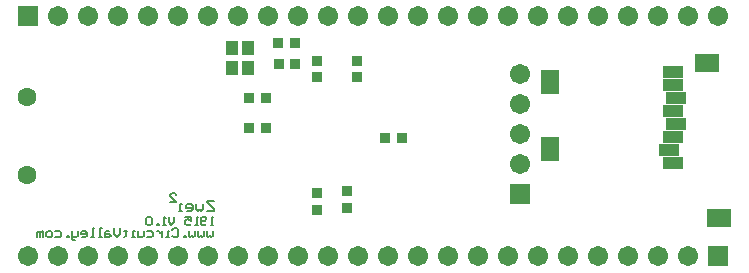
<source format=gbs>
G04 Layer_Color=16711935*
%FSLAX24Y24*%
%MOIN*%
G70*
G01*
G75*
%ADD10C,0.0080*%
%ADD55C,0.0070*%
%ADD59R,0.0380X0.0380*%
%ADD69R,0.0380X0.0380*%
%ADD75C,0.0631*%
%ADD76C,0.0671*%
%ADD77R,0.0671X0.0671*%
%ADD78R,0.0671X0.0671*%
%ADD79R,0.0415X0.0474*%
%ADD80R,0.0671X0.0395*%
%ADD81R,0.0828X0.0631*%
%ADD82R,0.0631X0.0789*%
D10*
X6740Y2310D02*
X6507D01*
Y2252D01*
X6740Y2018D01*
Y1960D01*
X6507D01*
X6390Y2193D02*
Y2018D01*
X6332Y1960D01*
X6273Y2018D01*
X6215Y1960D01*
X6157Y2018D01*
Y2193D01*
X5865Y1960D02*
X5982D01*
X6040Y2018D01*
Y2135D01*
X5982Y2193D01*
X5865D01*
X5807Y2135D01*
Y2077D01*
X6040D01*
X5690Y1960D02*
X5574D01*
X5632D01*
Y2193D01*
X5690D01*
X6710Y1290D02*
Y1140D01*
X6660Y1090D01*
X6610Y1140D01*
X6560Y1090D01*
X6510Y1140D01*
Y1290D01*
X6410D02*
Y1140D01*
X6360Y1090D01*
X6310Y1140D01*
X6260Y1090D01*
X6210Y1140D01*
Y1290D01*
X6110D02*
Y1140D01*
X6060Y1090D01*
X6010Y1140D01*
X5960Y1090D01*
X5910Y1140D01*
Y1290D01*
X5810Y1090D02*
Y1140D01*
X5760D01*
Y1090D01*
X5810D01*
X5360Y1340D02*
X5410Y1390D01*
X5510D01*
X5560Y1340D01*
Y1140D01*
X5510Y1090D01*
X5410D01*
X5360Y1140D01*
X5260Y1090D02*
X5160D01*
X5210D01*
Y1290D01*
X5260D01*
X5011D02*
Y1090D01*
Y1190D01*
X4961Y1240D01*
X4911Y1290D01*
X4861D01*
X4511D02*
X4661D01*
X4711Y1240D01*
Y1140D01*
X4661Y1090D01*
X4511D01*
X4411Y1290D02*
Y1140D01*
X4361Y1090D01*
X4211D01*
Y1290D01*
X4111Y1090D02*
X4011D01*
X4061D01*
Y1290D01*
X4111D01*
X3811Y1340D02*
Y1290D01*
X3861D01*
X3761D01*
X3811D01*
Y1140D01*
X3761Y1090D01*
X3611Y1390D02*
Y1190D01*
X3511Y1090D01*
X3411Y1190D01*
Y1390D01*
X3261Y1290D02*
X3161D01*
X3111Y1240D01*
Y1090D01*
X3261D01*
X3311Y1140D01*
X3261Y1190D01*
X3111D01*
X3011Y1090D02*
X2911D01*
X2961D01*
Y1390D01*
X3011D01*
X2761Y1090D02*
X2661D01*
X2711D01*
Y1390D01*
X2761D01*
X2361Y1090D02*
X2461D01*
X2511Y1140D01*
Y1240D01*
X2461Y1290D01*
X2361D01*
X2311Y1240D01*
Y1190D01*
X2511D01*
X2211Y1290D02*
Y1140D01*
X2161Y1090D01*
X2012D01*
Y1040D01*
X2061Y990D01*
X2111D01*
X2012Y1090D02*
Y1290D01*
X1912Y1090D02*
Y1140D01*
X1862D01*
Y1090D01*
X1912D01*
X1462Y1290D02*
X1612D01*
X1662Y1240D01*
Y1140D01*
X1612Y1090D01*
X1462D01*
X1312D02*
X1212D01*
X1162Y1140D01*
Y1240D01*
X1212Y1290D01*
X1312D01*
X1362Y1240D01*
Y1140D01*
X1312Y1090D01*
X1062D02*
Y1290D01*
X1012D01*
X962Y1240D01*
Y1090D01*
Y1240D01*
X912Y1290D01*
X862Y1240D01*
Y1090D01*
D55*
X5290Y2250D02*
X5490D01*
X5290Y2450D01*
Y2500D01*
X5340Y2550D01*
X5440D01*
X5490Y2500D01*
X6730Y1500D02*
X6637D01*
X6683D01*
Y1780D01*
X6730Y1733D01*
X6497Y1547D02*
X6450Y1500D01*
X6357D01*
X6310Y1547D01*
Y1733D01*
X6357Y1780D01*
X6450D01*
X6497Y1733D01*
Y1687D01*
X6450Y1640D01*
X6310D01*
X6217Y1500D02*
X6124D01*
X6170D01*
Y1780D01*
X6217Y1733D01*
X5797Y1780D02*
X5984D01*
Y1640D01*
X5890Y1687D01*
X5844D01*
X5797Y1640D01*
Y1547D01*
X5844Y1500D01*
X5937D01*
X5984Y1547D01*
X5424Y1780D02*
Y1593D01*
X5330Y1500D01*
X5237Y1593D01*
Y1780D01*
X5144Y1500D02*
X5051D01*
X5097D01*
Y1780D01*
X5144Y1733D01*
X4911Y1500D02*
Y1547D01*
X4864D01*
Y1500D01*
X4911D01*
X4677Y1733D02*
X4631Y1780D01*
X4537D01*
X4491Y1733D01*
Y1547D01*
X4537Y1500D01*
X4631D01*
X4677Y1547D01*
Y1733D01*
D59*
X7930Y4730D02*
D03*
X8480D02*
D03*
X13010Y4390D02*
D03*
X12460D02*
D03*
X8470Y5740D02*
D03*
X7920D02*
D03*
X9460Y6860D02*
D03*
X8910D02*
D03*
X9450Y7550D02*
D03*
X8900D02*
D03*
D69*
X11520Y6980D02*
D03*
Y6430D02*
D03*
X10170Y6980D02*
D03*
Y6430D02*
D03*
X10180Y2010D02*
D03*
Y2560D02*
D03*
X11170Y2070D02*
D03*
Y2620D02*
D03*
D75*
X530Y5760D02*
D03*
Y3161D02*
D03*
D76*
X1560Y8450D02*
D03*
X2560D02*
D03*
X3560D02*
D03*
X4560D02*
D03*
X5560D02*
D03*
X6560D02*
D03*
X7560D02*
D03*
X8560D02*
D03*
X9560D02*
D03*
X10560D02*
D03*
X11560D02*
D03*
X12560D02*
D03*
X13560D02*
D03*
X14560D02*
D03*
X15560D02*
D03*
X16560D02*
D03*
X17560D02*
D03*
X18560D02*
D03*
X19560D02*
D03*
X20560D02*
D03*
X21560D02*
D03*
X22560D02*
D03*
X23560D02*
D03*
X22560Y450D02*
D03*
X21560D02*
D03*
X20560D02*
D03*
X19560D02*
D03*
X18560D02*
D03*
X17560D02*
D03*
X16560D02*
D03*
X15560D02*
D03*
X14560D02*
D03*
X13560D02*
D03*
X12560D02*
D03*
X11560D02*
D03*
X10560D02*
D03*
X9560D02*
D03*
X8560D02*
D03*
X7560D02*
D03*
X6560D02*
D03*
X5560D02*
D03*
X4560D02*
D03*
X3560D02*
D03*
X2560D02*
D03*
X1560D02*
D03*
X560D02*
D03*
X16950Y3530D02*
D03*
Y6530D02*
D03*
Y4530D02*
D03*
Y5530D02*
D03*
D77*
X560Y8450D02*
D03*
X23560Y450D02*
D03*
D78*
X16950Y2530D02*
D03*
D79*
X7886Y7395D02*
D03*
X7354D02*
D03*
X7886Y6725D02*
D03*
X7354D02*
D03*
D80*
X22063Y6582D02*
D03*
Y6149D02*
D03*
X22141Y5716D02*
D03*
X22063Y5283D02*
D03*
X22141Y4850D02*
D03*
X22063Y4416D02*
D03*
X21905Y3983D02*
D03*
X22063Y3550D02*
D03*
D81*
X23578Y1716D02*
D03*
X23185Y6893D02*
D03*
D82*
X17948Y4019D02*
D03*
Y6263D02*
D03*
M02*

</source>
